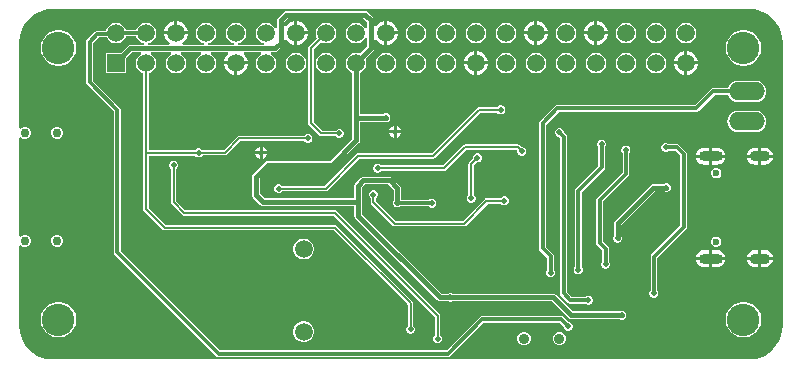
<source format=gbl>
G04*
G04 #@! TF.GenerationSoftware,Altium Limited,Altium Designer,24.0.1 (36)*
G04*
G04 Layer_Physical_Order=2*
G04 Layer_Color=16711680*
%FSLAX44Y44*%
%MOMM*%
G71*
G04*
G04 #@! TF.SameCoordinates,AAA4E2E7-C06B-4B28-9501-2596A0623A30*
G04*
G04*
G04 #@! TF.FilePolarity,Positive*
G04*
G01*
G75*
%ADD16C,0.3810*%
%ADD87C,0.2032*%
%ADD88C,0.3048*%
%ADD90C,0.9000*%
%ADD91O,3.0480X1.5240*%
%ADD92C,0.6000*%
%ADD93O,2.0000X0.9000*%
%ADD94O,1.7000X0.9000*%
%ADD95C,1.5000*%
%ADD96C,2.7500*%
%ADD97C,1.5080*%
%ADD98R,1.5080X1.5080*%
%ADD99C,0.7501*%
%ADD100C,0.5080*%
G36*
X1280520Y1197075D02*
X1280520Y1197075D01*
X1280520Y1197075D01*
X1284948Y1196727D01*
X1289268Y1195690D01*
X1293372Y1193990D01*
X1297160Y1191669D01*
X1300538Y1188784D01*
X1303423Y1185406D01*
X1305744Y1181618D01*
X1307444Y1177514D01*
X1308481Y1173195D01*
X1308829Y1168766D01*
X1308837D01*
X1308837Y1168766D01*
X1308837Y930036D01*
X1308829Y928766D01*
X1308829Y928766D01*
X1308829Y928766D01*
X1308481Y924337D01*
X1307444Y920018D01*
X1305744Y915914D01*
X1303423Y912126D01*
X1300538Y908748D01*
X1297160Y905863D01*
X1293372Y903542D01*
X1289268Y901842D01*
X1284948Y900805D01*
X1280520Y900457D01*
Y900449D01*
X690520D01*
X690520Y900449D01*
Y900457D01*
X686092Y900805D01*
X681772Y901842D01*
X677668Y903542D01*
X673880Y905863D01*
X670502Y908748D01*
X667617Y912126D01*
X665296Y915914D01*
X663596Y920018D01*
X662559Y924337D01*
X662211Y928766D01*
X662203D01*
X662203Y928766D01*
Y996632D01*
X663473Y997158D01*
X664127Y996504D01*
X665972Y995740D01*
X667970D01*
X669815Y996504D01*
X671227Y997916D01*
X671991Y999761D01*
Y1001759D01*
X671227Y1003604D01*
X669815Y1005016D01*
X667970Y1005780D01*
X665972D01*
X664127Y1005016D01*
X663473Y1004362D01*
X662203Y1004888D01*
X662203Y1088072D01*
X663473Y1088598D01*
X664127Y1087944D01*
X665972Y1087180D01*
X667970D01*
X669815Y1087944D01*
X671227Y1089356D01*
X671991Y1091201D01*
Y1093199D01*
X671227Y1095044D01*
X669815Y1096456D01*
X667970Y1097220D01*
X665972D01*
X664127Y1096456D01*
X663473Y1095802D01*
X662203Y1096328D01*
Y1168766D01*
X662211D01*
X662559Y1173195D01*
X663596Y1177514D01*
X665296Y1181618D01*
X667617Y1185406D01*
X670502Y1188784D01*
X673880Y1191669D01*
X677668Y1193990D01*
X681772Y1195690D01*
X686091Y1196727D01*
X690520Y1197075D01*
Y1197083D01*
X690520Y1197083D01*
X1279250Y1197083D01*
X1280520Y1197075D01*
D02*
G37*
%LPC*%
G36*
X955040Y1195513D02*
X888492D01*
X887253Y1195267D01*
X886203Y1194565D01*
X881377Y1189739D01*
X880675Y1188689D01*
X880429Y1187450D01*
Y1180930D01*
X879159Y1180590D01*
X878270Y1182130D01*
X876629Y1183770D01*
X874621Y1184930D01*
X872380Y1185530D01*
X870060D01*
X867820Y1184930D01*
X865810Y1183770D01*
X864170Y1182130D01*
X863010Y1180120D01*
X862410Y1177880D01*
Y1175560D01*
X863010Y1173319D01*
X864170Y1171311D01*
X865810Y1169670D01*
X867820Y1168510D01*
X869421Y1168081D01*
X869254Y1166811D01*
X847786D01*
X847619Y1168081D01*
X849221Y1168510D01*
X851229Y1169670D01*
X852870Y1171311D01*
X854030Y1173319D01*
X854630Y1175560D01*
Y1177880D01*
X854030Y1180120D01*
X852870Y1182130D01*
X851229Y1183770D01*
X849221Y1184930D01*
X846980Y1185530D01*
X844660D01*
X842420Y1184930D01*
X840411Y1183770D01*
X838770Y1182130D01*
X837610Y1180120D01*
X837010Y1177880D01*
Y1175560D01*
X837610Y1173319D01*
X838770Y1171311D01*
X840411Y1169670D01*
X842420Y1168510D01*
X844021Y1168081D01*
X843854Y1166811D01*
X822386D01*
X822219Y1168081D01*
X823820Y1168510D01*
X825829Y1169670D01*
X827470Y1171311D01*
X828630Y1173319D01*
X829230Y1175560D01*
Y1177880D01*
X828630Y1180120D01*
X827470Y1182130D01*
X825829Y1183770D01*
X823820Y1184930D01*
X821580Y1185530D01*
X819260D01*
X817020Y1184930D01*
X815011Y1183770D01*
X813370Y1182130D01*
X812210Y1180120D01*
X811610Y1177880D01*
Y1175560D01*
X812210Y1173319D01*
X813370Y1171311D01*
X815011Y1169670D01*
X817020Y1168510D01*
X818621Y1168081D01*
X818454Y1166811D01*
X800557D01*
X800217Y1168081D01*
X801209Y1168654D01*
X803086Y1170531D01*
X804413Y1172829D01*
X805100Y1175393D01*
Y1175450D01*
X784940D01*
Y1175393D01*
X785627Y1172829D01*
X786954Y1170531D01*
X788831Y1168654D01*
X789823Y1168081D01*
X789483Y1166811D01*
X771586D01*
X771419Y1168081D01*
X773020Y1168510D01*
X775030Y1169670D01*
X776670Y1171311D01*
X777830Y1173319D01*
X778430Y1175560D01*
Y1177880D01*
X777830Y1180120D01*
X776670Y1182130D01*
X775030Y1183770D01*
X773020Y1184930D01*
X770780Y1185530D01*
X768460D01*
X766219Y1184930D01*
X764211Y1183770D01*
X762570Y1182130D01*
X761410Y1180120D01*
X761263Y1179569D01*
X752578D01*
X752430Y1180120D01*
X751270Y1182130D01*
X749630Y1183770D01*
X747620Y1184930D01*
X745380Y1185530D01*
X743060D01*
X740819Y1184930D01*
X738811Y1183770D01*
X737170Y1182130D01*
X736010Y1180120D01*
X735618Y1178655D01*
X728259D01*
X727168Y1178438D01*
X726244Y1177821D01*
X726244Y1177821D01*
X719854Y1171430D01*
X719236Y1170506D01*
X719019Y1169416D01*
X719019Y1169416D01*
Y1135126D01*
X719019Y1135126D01*
X719236Y1134036D01*
X719854Y1133112D01*
X742641Y1110324D01*
Y990854D01*
X742641Y990854D01*
X742858Y989764D01*
X743476Y988840D01*
X829074Y903242D01*
X829074Y903242D01*
X829998Y902624D01*
X831088Y902407D01*
X831088Y902407D01*
X1025398D01*
X1025398Y902407D01*
X1026488Y902624D01*
X1027412Y903242D01*
X1055534Y931363D01*
X1119976D01*
X1123336Y928003D01*
Y927464D01*
X1123916Y926064D01*
X1124988Y924992D01*
X1126388Y924412D01*
X1127904D01*
X1129304Y924992D01*
X1130376Y926064D01*
X1130956Y927464D01*
Y928980D01*
X1130376Y930380D01*
X1129304Y931452D01*
X1127904Y932032D01*
X1127365D01*
X1123170Y936226D01*
X1122246Y936844D01*
X1121156Y937061D01*
X1121156Y937061D01*
X1054354D01*
X1053264Y936844D01*
X1052340Y936226D01*
X1052340Y936226D01*
X1024218Y908105D01*
X832268D01*
X748339Y992034D01*
Y1111504D01*
X748339Y1111504D01*
X748122Y1112594D01*
X747504Y1113518D01*
X747504Y1113518D01*
X724717Y1136306D01*
Y1168236D01*
X729438Y1172958D01*
X736219D01*
X737170Y1171311D01*
X738811Y1169670D01*
X740819Y1168510D01*
X743060Y1167910D01*
X745380D01*
X747620Y1168510D01*
X749630Y1169670D01*
X751270Y1171311D01*
X752430Y1173319D01*
X752578Y1173871D01*
X761263D01*
X761410Y1173319D01*
X762570Y1171311D01*
X764211Y1169670D01*
X766219Y1168510D01*
X767821Y1168081D01*
X767654Y1166811D01*
X756474D01*
X755235Y1166565D01*
X754185Y1165863D01*
X748452Y1160130D01*
X735410D01*
Y1142510D01*
X753030D01*
Y1155552D01*
X757815Y1160337D01*
X765078D01*
X765418Y1159067D01*
X764211Y1158370D01*
X762570Y1156730D01*
X761410Y1154721D01*
X760810Y1152480D01*
Y1150160D01*
X761410Y1147919D01*
X762570Y1145910D01*
X764211Y1144270D01*
X766219Y1143110D01*
X767289Y1142824D01*
Y1075690D01*
Y1027684D01*
X767467Y1026792D01*
X767972Y1026036D01*
X783720Y1010288D01*
X784476Y1009783D01*
X785368Y1009605D01*
X928421D01*
X991317Y946709D01*
Y928887D01*
X990418Y927988D01*
X989838Y926588D01*
Y925072D01*
X990418Y923672D01*
X991490Y922600D01*
X992890Y922020D01*
X994406D01*
X995806Y922600D01*
X996878Y923672D01*
X997458Y925072D01*
Y926588D01*
X996878Y927988D01*
X995979Y928887D01*
Y947674D01*
X995801Y948566D01*
X995296Y949322D01*
X931034Y1013584D01*
X930278Y1014089D01*
X929386Y1014267D01*
X786333D01*
X771951Y1028649D01*
Y1072851D01*
X811267D01*
X812166Y1071952D01*
X813566Y1071372D01*
X815082D01*
X816482Y1071952D01*
X817554Y1073024D01*
X817588Y1073105D01*
X836422D01*
X837314Y1073283D01*
X838070Y1073788D01*
X849325Y1085043D01*
X903723D01*
X904622Y1084144D01*
X906022Y1083564D01*
X907538D01*
X908938Y1084144D01*
X910010Y1085216D01*
X910590Y1086616D01*
Y1088132D01*
X910010Y1089532D01*
X908938Y1090604D01*
X907538Y1091184D01*
X906022D01*
X904622Y1090604D01*
X903723Y1089705D01*
X848360D01*
X847468Y1089527D01*
X846712Y1089022D01*
X835457Y1077767D01*
X817127D01*
X816482Y1078412D01*
X815082Y1078992D01*
X813566D01*
X812166Y1078412D01*
X811267Y1077513D01*
X771951D01*
Y1142824D01*
X773020Y1143110D01*
X775030Y1144270D01*
X776670Y1145910D01*
X777830Y1147919D01*
X778430Y1150160D01*
Y1152480D01*
X777830Y1154721D01*
X776670Y1156730D01*
X775030Y1158370D01*
X773822Y1159067D01*
X774163Y1160337D01*
X790478D01*
X790818Y1159067D01*
X789611Y1158370D01*
X787970Y1156730D01*
X786810Y1154721D01*
X786210Y1152480D01*
Y1150160D01*
X786810Y1147919D01*
X787970Y1145910D01*
X789611Y1144270D01*
X791619Y1143110D01*
X793860Y1142510D01*
X796180D01*
X798420Y1143110D01*
X800430Y1144270D01*
X802070Y1145910D01*
X803230Y1147919D01*
X803830Y1150160D01*
Y1152480D01*
X803230Y1154721D01*
X802070Y1156730D01*
X800430Y1158370D01*
X799222Y1159067D01*
X799563Y1160337D01*
X815878D01*
X816218Y1159067D01*
X815011Y1158370D01*
X813370Y1156730D01*
X812210Y1154721D01*
X811610Y1152480D01*
Y1150160D01*
X812210Y1147919D01*
X813370Y1145910D01*
X815011Y1144270D01*
X817020Y1143110D01*
X819260Y1142510D01*
X821580D01*
X823820Y1143110D01*
X825829Y1144270D01*
X827470Y1145910D01*
X828630Y1147919D01*
X829230Y1150160D01*
Y1152480D01*
X828630Y1154721D01*
X827470Y1156730D01*
X825829Y1158370D01*
X824622Y1159067D01*
X824962Y1160337D01*
X838860D01*
X839312Y1159067D01*
X837754Y1157509D01*
X836427Y1155211D01*
X835740Y1152647D01*
Y1152590D01*
X855900D01*
Y1152647D01*
X855213Y1155211D01*
X853886Y1157509D01*
X852328Y1159067D01*
X852780Y1160337D01*
X866677D01*
X867018Y1159067D01*
X865810Y1158370D01*
X864170Y1156730D01*
X863010Y1154721D01*
X862410Y1152480D01*
Y1150160D01*
X863010Y1147919D01*
X864170Y1145910D01*
X865810Y1144270D01*
X867820Y1143110D01*
X870060Y1142510D01*
X872380D01*
X874621Y1143110D01*
X876629Y1144270D01*
X878270Y1145910D01*
X879430Y1147919D01*
X880030Y1150160D01*
Y1152480D01*
X879430Y1154721D01*
X878270Y1156730D01*
X876629Y1158370D01*
X875422Y1159067D01*
X875762Y1160337D01*
X878840D01*
X880079Y1160583D01*
X881129Y1161285D01*
X885955Y1166111D01*
X886657Y1167161D01*
X886903Y1168400D01*
Y1170850D01*
X888173Y1171190D01*
X888554Y1170531D01*
X890431Y1168654D01*
X892729Y1167327D01*
X895293Y1166640D01*
X895350D01*
Y1176720D01*
Y1186800D01*
X895293D01*
X892729Y1186113D01*
X890431Y1184786D01*
X888554Y1182909D01*
X888173Y1182250D01*
X886903Y1182590D01*
Y1186109D01*
X889833Y1189039D01*
X953699D01*
X956629Y1186109D01*
Y1180930D01*
X955359Y1180590D01*
X954470Y1182130D01*
X952830Y1183770D01*
X950820Y1184930D01*
X948580Y1185530D01*
X946260D01*
X944019Y1184930D01*
X942010Y1183770D01*
X940370Y1182130D01*
X939210Y1180120D01*
X938610Y1177880D01*
Y1175560D01*
X939210Y1173319D01*
X940370Y1171311D01*
X942010Y1169670D01*
X944019Y1168510D01*
X946260Y1167910D01*
X948580D01*
X950820Y1168510D01*
X952830Y1169670D01*
X954470Y1171311D01*
X955359Y1172850D01*
X956629Y1172510D01*
Y1165107D01*
X950967Y1159445D01*
X950820Y1159530D01*
X948580Y1160130D01*
X946260D01*
X944019Y1159530D01*
X942010Y1158370D01*
X940370Y1156730D01*
X939210Y1154721D01*
X938610Y1152480D01*
Y1150160D01*
X939210Y1147919D01*
X940370Y1145910D01*
X942010Y1144270D01*
X944019Y1143110D01*
X944183Y1143067D01*
Y1104900D01*
Y1087191D01*
X925505Y1068513D01*
X872744D01*
X871505Y1068267D01*
X870455Y1067565D01*
X860295Y1057405D01*
X859593Y1056355D01*
X859347Y1055116D01*
Y1039622D01*
X859593Y1038383D01*
X860295Y1037333D01*
X866391Y1031237D01*
X867441Y1030535D01*
X868680Y1030289D01*
X945961D01*
Y1022096D01*
X946207Y1020857D01*
X946909Y1019807D01*
X1016251Y950465D01*
X1017301Y949763D01*
X1018540Y949517D01*
X1025289D01*
X1026672Y948944D01*
X1028188D01*
X1029571Y949517D01*
X1113211D01*
X1127249Y935479D01*
X1128299Y934777D01*
X1129538Y934531D01*
X1170323D01*
X1171706Y933958D01*
X1173222D01*
X1174622Y934538D01*
X1175694Y935610D01*
X1176274Y937010D01*
Y938526D01*
X1175694Y939926D01*
X1174622Y940998D01*
X1173222Y941578D01*
X1171706D01*
X1170323Y941005D01*
X1130879D01*
X1116841Y955043D01*
X1115791Y955745D01*
X1114552Y955991D01*
X1029571D01*
X1028188Y956564D01*
X1026672D01*
X1025289Y955991D01*
X1019881D01*
X952435Y1023437D01*
Y1045901D01*
X955111Y1048577D01*
X974527D01*
X979235Y1043869D01*
Y1034905D01*
X978662Y1033522D01*
Y1032006D01*
X979242Y1030606D01*
X980314Y1029534D01*
X981714Y1028954D01*
X983230D01*
X984630Y1029534D01*
X984884Y1029788D01*
X1009016D01*
X1009524Y1029280D01*
X1010924Y1028700D01*
X1012440D01*
X1013840Y1029280D01*
X1014912Y1030352D01*
X1015492Y1031752D01*
Y1033268D01*
X1014912Y1034668D01*
X1013840Y1035740D01*
X1012440Y1036320D01*
X1010924D01*
X1009524Y1035740D01*
X1009270Y1035486D01*
X985709D01*
Y1045210D01*
X985463Y1046449D01*
X984761Y1047499D01*
X978157Y1054103D01*
X977107Y1054805D01*
X975868Y1055051D01*
X953770D01*
X952531Y1054805D01*
X951481Y1054103D01*
X946909Y1049531D01*
X946207Y1048481D01*
X945961Y1047242D01*
Y1036763D01*
X870021D01*
X865821Y1040963D01*
Y1053775D01*
X874085Y1062039D01*
X926846D01*
X928085Y1062285D01*
X929135Y1062987D01*
X949709Y1083561D01*
X950411Y1084611D01*
X950657Y1085850D01*
Y1101663D01*
X970679D01*
X972062Y1101090D01*
X973578D01*
X974978Y1101670D01*
X976050Y1102742D01*
X976630Y1104142D01*
Y1105658D01*
X976050Y1107058D01*
X974978Y1108130D01*
X973578Y1108710D01*
X972062D01*
X970679Y1108137D01*
X950657D01*
Y1143067D01*
X950820Y1143110D01*
X952830Y1144270D01*
X954470Y1145910D01*
X955630Y1147919D01*
X956230Y1150160D01*
Y1152480D01*
X955630Y1154721D01*
X955545Y1154867D01*
X962155Y1161477D01*
X962857Y1162527D01*
X963103Y1163766D01*
Y1170850D01*
X964373Y1171190D01*
X964754Y1170531D01*
X966631Y1168654D01*
X968929Y1167327D01*
X971493Y1166640D01*
X971550D01*
Y1176720D01*
Y1186800D01*
X971493D01*
X968929Y1186113D01*
X966631Y1184786D01*
X964754Y1182909D01*
X964373Y1182250D01*
X963103Y1182590D01*
Y1187450D01*
X962857Y1188689D01*
X962155Y1189739D01*
X957329Y1194565D01*
X956279Y1195267D01*
X955040Y1195513D01*
D02*
G37*
G36*
X1151947Y1186800D02*
X1151890D01*
Y1177990D01*
X1160700D01*
Y1178047D01*
X1160013Y1180611D01*
X1158686Y1182909D01*
X1156809Y1184786D01*
X1154511Y1186113D01*
X1151947Y1186800D01*
D02*
G37*
G36*
X1149350D02*
X1149293D01*
X1146729Y1186113D01*
X1144431Y1184786D01*
X1142554Y1182909D01*
X1141227Y1180611D01*
X1140540Y1178047D01*
Y1177990D01*
X1149350D01*
Y1186800D01*
D02*
G37*
G36*
X1101147D02*
X1101090D01*
Y1177990D01*
X1109900D01*
Y1178047D01*
X1109213Y1180611D01*
X1107886Y1182909D01*
X1106009Y1184786D01*
X1103711Y1186113D01*
X1101147Y1186800D01*
D02*
G37*
G36*
X1098550D02*
X1098493D01*
X1095929Y1186113D01*
X1093631Y1184786D01*
X1091754Y1182909D01*
X1090427Y1180611D01*
X1089740Y1178047D01*
Y1177990D01*
X1098550D01*
Y1186800D01*
D02*
G37*
G36*
X974147D02*
X974090D01*
Y1177990D01*
X982900D01*
Y1178047D01*
X982213Y1180611D01*
X980886Y1182909D01*
X979009Y1184786D01*
X976711Y1186113D01*
X974147Y1186800D01*
D02*
G37*
G36*
X897947D02*
X897890D01*
Y1177990D01*
X906700D01*
Y1178047D01*
X906013Y1180611D01*
X904686Y1182909D01*
X902809Y1184786D01*
X900511Y1186113D01*
X897947Y1186800D01*
D02*
G37*
G36*
X796347D02*
X796290D01*
Y1177990D01*
X805100D01*
Y1178047D01*
X804413Y1180611D01*
X803086Y1182909D01*
X801209Y1184786D01*
X798911Y1186113D01*
X796347Y1186800D01*
D02*
G37*
G36*
X793750D02*
X793693D01*
X791129Y1186113D01*
X788831Y1184786D01*
X786954Y1182909D01*
X785627Y1180611D01*
X784940Y1178047D01*
Y1177990D01*
X793750D01*
Y1186800D01*
D02*
G37*
G36*
X1227980Y1185530D02*
X1225660D01*
X1223419Y1184930D01*
X1221411Y1183770D01*
X1219770Y1182130D01*
X1218610Y1180120D01*
X1218010Y1177880D01*
Y1175560D01*
X1218610Y1173319D01*
X1219770Y1171311D01*
X1221411Y1169670D01*
X1223419Y1168510D01*
X1225660Y1167910D01*
X1227980D01*
X1230220Y1168510D01*
X1232230Y1169670D01*
X1233870Y1171311D01*
X1235030Y1173319D01*
X1235630Y1175560D01*
Y1177880D01*
X1235030Y1180120D01*
X1233870Y1182130D01*
X1232230Y1183770D01*
X1230220Y1184930D01*
X1227980Y1185530D01*
D02*
G37*
G36*
X1202580D02*
X1200260D01*
X1198019Y1184930D01*
X1196011Y1183770D01*
X1194370Y1182130D01*
X1193210Y1180120D01*
X1192610Y1177880D01*
Y1175560D01*
X1193210Y1173319D01*
X1194370Y1171311D01*
X1196011Y1169670D01*
X1198019Y1168510D01*
X1200260Y1167910D01*
X1202580D01*
X1204820Y1168510D01*
X1206830Y1169670D01*
X1208470Y1171311D01*
X1209630Y1173319D01*
X1210230Y1175560D01*
Y1177880D01*
X1209630Y1180120D01*
X1208470Y1182130D01*
X1206830Y1183770D01*
X1204820Y1184930D01*
X1202580Y1185530D01*
D02*
G37*
G36*
X1177180D02*
X1174860D01*
X1172619Y1184930D01*
X1170611Y1183770D01*
X1168970Y1182130D01*
X1167810Y1180120D01*
X1167210Y1177880D01*
Y1175560D01*
X1167810Y1173319D01*
X1168970Y1171311D01*
X1170611Y1169670D01*
X1172619Y1168510D01*
X1174860Y1167910D01*
X1177180D01*
X1179420Y1168510D01*
X1181430Y1169670D01*
X1183070Y1171311D01*
X1184230Y1173319D01*
X1184830Y1175560D01*
Y1177880D01*
X1184230Y1180120D01*
X1183070Y1182130D01*
X1181430Y1183770D01*
X1179420Y1184930D01*
X1177180Y1185530D01*
D02*
G37*
G36*
X1126380D02*
X1124060D01*
X1121820Y1184930D01*
X1119810Y1183770D01*
X1118170Y1182130D01*
X1117010Y1180120D01*
X1116410Y1177880D01*
Y1175560D01*
X1117010Y1173319D01*
X1118170Y1171311D01*
X1119810Y1169670D01*
X1121820Y1168510D01*
X1124060Y1167910D01*
X1126380D01*
X1128621Y1168510D01*
X1130630Y1169670D01*
X1132270Y1171311D01*
X1133430Y1173319D01*
X1134030Y1175560D01*
Y1177880D01*
X1133430Y1180120D01*
X1132270Y1182130D01*
X1130630Y1183770D01*
X1128621Y1184930D01*
X1126380Y1185530D01*
D02*
G37*
G36*
X1075580D02*
X1073260D01*
X1071020Y1184930D01*
X1069010Y1183770D01*
X1067370Y1182130D01*
X1066210Y1180120D01*
X1065610Y1177880D01*
Y1175560D01*
X1066210Y1173319D01*
X1067370Y1171311D01*
X1069010Y1169670D01*
X1071020Y1168510D01*
X1073260Y1167910D01*
X1075580D01*
X1077821Y1168510D01*
X1079829Y1169670D01*
X1081470Y1171311D01*
X1082630Y1173319D01*
X1083230Y1175560D01*
Y1177880D01*
X1082630Y1180120D01*
X1081470Y1182130D01*
X1079829Y1183770D01*
X1077821Y1184930D01*
X1075580Y1185530D01*
D02*
G37*
G36*
X1050180D02*
X1047860D01*
X1045620Y1184930D01*
X1043611Y1183770D01*
X1041970Y1182130D01*
X1040810Y1180120D01*
X1040210Y1177880D01*
Y1175560D01*
X1040810Y1173319D01*
X1041970Y1171311D01*
X1043611Y1169670D01*
X1045620Y1168510D01*
X1047860Y1167910D01*
X1050180D01*
X1052421Y1168510D01*
X1054429Y1169670D01*
X1056070Y1171311D01*
X1057230Y1173319D01*
X1057830Y1175560D01*
Y1177880D01*
X1057230Y1180120D01*
X1056070Y1182130D01*
X1054429Y1183770D01*
X1052421Y1184930D01*
X1050180Y1185530D01*
D02*
G37*
G36*
X1024780D02*
X1022460D01*
X1020219Y1184930D01*
X1018211Y1183770D01*
X1016570Y1182130D01*
X1015410Y1180120D01*
X1014810Y1177880D01*
Y1175560D01*
X1015410Y1173319D01*
X1016570Y1171311D01*
X1018211Y1169670D01*
X1020219Y1168510D01*
X1022460Y1167910D01*
X1024780D01*
X1027020Y1168510D01*
X1029029Y1169670D01*
X1030670Y1171311D01*
X1031830Y1173319D01*
X1032430Y1175560D01*
Y1177880D01*
X1031830Y1180120D01*
X1030670Y1182130D01*
X1029029Y1183770D01*
X1027020Y1184930D01*
X1024780Y1185530D01*
D02*
G37*
G36*
X999380D02*
X997060D01*
X994819Y1184930D01*
X992811Y1183770D01*
X991170Y1182130D01*
X990010Y1180120D01*
X989410Y1177880D01*
Y1175560D01*
X990010Y1173319D01*
X991170Y1171311D01*
X992811Y1169670D01*
X994819Y1168510D01*
X997060Y1167910D01*
X999380D01*
X1001620Y1168510D01*
X1003630Y1169670D01*
X1005270Y1171311D01*
X1006430Y1173319D01*
X1007030Y1175560D01*
Y1177880D01*
X1006430Y1180120D01*
X1005270Y1182130D01*
X1003630Y1183770D01*
X1001620Y1184930D01*
X999380Y1185530D01*
D02*
G37*
G36*
X923180D02*
X920860D01*
X918620Y1184930D01*
X916610Y1183770D01*
X914970Y1182130D01*
X913810Y1180120D01*
X913210Y1177880D01*
Y1175560D01*
X913810Y1173319D01*
X914364Y1172360D01*
X907672Y1165668D01*
X907167Y1164912D01*
X906989Y1164020D01*
Y1100074D01*
X907167Y1099182D01*
X907672Y1098426D01*
X916054Y1090044D01*
X916810Y1089539D01*
X917702Y1089361D01*
X930139D01*
X931038Y1088462D01*
X932438Y1087882D01*
X933954D01*
X935354Y1088462D01*
X936426Y1089534D01*
X937006Y1090934D01*
Y1092450D01*
X936426Y1093850D01*
X935354Y1094922D01*
X933954Y1095502D01*
X932438D01*
X931038Y1094922D01*
X930139Y1094023D01*
X918668D01*
X911651Y1101039D01*
Y1163055D01*
X917660Y1169064D01*
X918620Y1168510D01*
X920860Y1167910D01*
X923180D01*
X925421Y1168510D01*
X927430Y1169670D01*
X929070Y1171311D01*
X930230Y1173319D01*
X930830Y1175560D01*
Y1177880D01*
X930230Y1180120D01*
X929070Y1182130D01*
X927430Y1183770D01*
X925421Y1184930D01*
X923180Y1185530D01*
D02*
G37*
G36*
X1160700Y1175450D02*
X1151890D01*
Y1166640D01*
X1151947D01*
X1154511Y1167327D01*
X1156809Y1168654D01*
X1158686Y1170531D01*
X1160013Y1172829D01*
X1160700Y1175393D01*
Y1175450D01*
D02*
G37*
G36*
X1149350D02*
X1140540D01*
Y1175393D01*
X1141227Y1172829D01*
X1142554Y1170531D01*
X1144431Y1168654D01*
X1146729Y1167327D01*
X1149293Y1166640D01*
X1149350D01*
Y1175450D01*
D02*
G37*
G36*
X1109900D02*
X1101090D01*
Y1166640D01*
X1101147D01*
X1103711Y1167327D01*
X1106009Y1168654D01*
X1107886Y1170531D01*
X1109213Y1172829D01*
X1109900Y1175393D01*
Y1175450D01*
D02*
G37*
G36*
X1098550D02*
X1089740D01*
Y1175393D01*
X1090427Y1172829D01*
X1091754Y1170531D01*
X1093631Y1168654D01*
X1095929Y1167327D01*
X1098493Y1166640D01*
X1098550D01*
Y1175450D01*
D02*
G37*
G36*
X982900D02*
X974090D01*
Y1166640D01*
X974147D01*
X976711Y1167327D01*
X979009Y1168654D01*
X980886Y1170531D01*
X982213Y1172829D01*
X982900Y1175393D01*
Y1175450D01*
D02*
G37*
G36*
X906700D02*
X897890D01*
Y1166640D01*
X897947D01*
X900511Y1167327D01*
X902809Y1168654D01*
X904686Y1170531D01*
X906013Y1172829D01*
X906700Y1175393D01*
Y1175450D01*
D02*
G37*
G36*
X1228147Y1161400D02*
X1228090D01*
Y1152590D01*
X1236900D01*
Y1152647D01*
X1236213Y1155211D01*
X1234886Y1157509D01*
X1233009Y1159386D01*
X1230711Y1160713D01*
X1228147Y1161400D01*
D02*
G37*
G36*
X1225550D02*
X1225493D01*
X1222929Y1160713D01*
X1220631Y1159386D01*
X1218754Y1157509D01*
X1217427Y1155211D01*
X1216740Y1152647D01*
Y1152590D01*
X1225550D01*
Y1161400D01*
D02*
G37*
G36*
X1050347D02*
X1050290D01*
Y1152590D01*
X1059100D01*
Y1152647D01*
X1058413Y1155211D01*
X1057086Y1157509D01*
X1055209Y1159386D01*
X1052911Y1160713D01*
X1050347Y1161400D01*
D02*
G37*
G36*
X1047750D02*
X1047693D01*
X1045129Y1160713D01*
X1042831Y1159386D01*
X1040954Y1157509D01*
X1039627Y1155211D01*
X1038940Y1152647D01*
Y1152590D01*
X1047750D01*
Y1161400D01*
D02*
G37*
G36*
X1276999Y1179040D02*
X1274041D01*
X1271139Y1178463D01*
X1268405Y1177330D01*
X1265945Y1175687D01*
X1263853Y1173595D01*
X1262209Y1171135D01*
X1261077Y1168401D01*
X1260500Y1165499D01*
Y1162541D01*
X1261077Y1159639D01*
X1262209Y1156905D01*
X1263853Y1154445D01*
X1265945Y1152353D01*
X1268405Y1150710D01*
X1271139Y1149577D01*
X1274041Y1149000D01*
X1276999D01*
X1279901Y1149577D01*
X1282635Y1150710D01*
X1285095Y1152353D01*
X1287187Y1154445D01*
X1288831Y1156905D01*
X1289963Y1159639D01*
X1290540Y1162541D01*
Y1165499D01*
X1289963Y1168401D01*
X1288831Y1171135D01*
X1287187Y1173595D01*
X1285095Y1175687D01*
X1282635Y1177330D01*
X1279901Y1178463D01*
X1276999Y1179040D01*
D02*
G37*
G36*
X696999D02*
X694041D01*
X691139Y1178463D01*
X688405Y1177330D01*
X685945Y1175687D01*
X683853Y1173595D01*
X682209Y1171135D01*
X681077Y1168401D01*
X680500Y1165499D01*
Y1162541D01*
X681077Y1159639D01*
X682209Y1156905D01*
X683853Y1154445D01*
X685945Y1152353D01*
X688405Y1150710D01*
X691139Y1149577D01*
X694041Y1149000D01*
X696999D01*
X699901Y1149577D01*
X702635Y1150710D01*
X705095Y1152353D01*
X707187Y1154445D01*
X708830Y1156905D01*
X709963Y1159639D01*
X710540Y1162541D01*
Y1165499D01*
X709963Y1168401D01*
X708830Y1171135D01*
X707187Y1173595D01*
X705095Y1175687D01*
X702635Y1177330D01*
X699901Y1178463D01*
X696999Y1179040D01*
D02*
G37*
G36*
X1202580Y1160130D02*
X1200260D01*
X1198019Y1159530D01*
X1196011Y1158370D01*
X1194370Y1156730D01*
X1193210Y1154721D01*
X1192610Y1152480D01*
Y1150160D01*
X1193210Y1147919D01*
X1194370Y1145910D01*
X1196011Y1144270D01*
X1198019Y1143110D01*
X1200260Y1142510D01*
X1202580D01*
X1204820Y1143110D01*
X1206830Y1144270D01*
X1208470Y1145910D01*
X1209630Y1147919D01*
X1210230Y1150160D01*
Y1152480D01*
X1209630Y1154721D01*
X1208470Y1156730D01*
X1206830Y1158370D01*
X1204820Y1159530D01*
X1202580Y1160130D01*
D02*
G37*
G36*
X1177180D02*
X1174860D01*
X1172619Y1159530D01*
X1170611Y1158370D01*
X1168970Y1156730D01*
X1167810Y1154721D01*
X1167210Y1152480D01*
Y1150160D01*
X1167810Y1147919D01*
X1168970Y1145910D01*
X1170611Y1144270D01*
X1172619Y1143110D01*
X1174860Y1142510D01*
X1177180D01*
X1179420Y1143110D01*
X1181430Y1144270D01*
X1183070Y1145910D01*
X1184230Y1147919D01*
X1184830Y1150160D01*
Y1152480D01*
X1184230Y1154721D01*
X1183070Y1156730D01*
X1181430Y1158370D01*
X1179420Y1159530D01*
X1177180Y1160130D01*
D02*
G37*
G36*
X1151780D02*
X1149460D01*
X1147219Y1159530D01*
X1145210Y1158370D01*
X1143570Y1156730D01*
X1142410Y1154721D01*
X1141810Y1152480D01*
Y1150160D01*
X1142410Y1147919D01*
X1143570Y1145910D01*
X1145210Y1144270D01*
X1147219Y1143110D01*
X1149460Y1142510D01*
X1151780D01*
X1154020Y1143110D01*
X1156030Y1144270D01*
X1157670Y1145910D01*
X1158830Y1147919D01*
X1159430Y1150160D01*
Y1152480D01*
X1158830Y1154721D01*
X1157670Y1156730D01*
X1156030Y1158370D01*
X1154020Y1159530D01*
X1151780Y1160130D01*
D02*
G37*
G36*
X1126380D02*
X1124060D01*
X1121820Y1159530D01*
X1119810Y1158370D01*
X1118170Y1156730D01*
X1117010Y1154721D01*
X1116410Y1152480D01*
Y1150160D01*
X1117010Y1147919D01*
X1118170Y1145910D01*
X1119810Y1144270D01*
X1121820Y1143110D01*
X1124060Y1142510D01*
X1126380D01*
X1128621Y1143110D01*
X1130630Y1144270D01*
X1132270Y1145910D01*
X1133430Y1147919D01*
X1134030Y1150160D01*
Y1152480D01*
X1133430Y1154721D01*
X1132270Y1156730D01*
X1130630Y1158370D01*
X1128621Y1159530D01*
X1126380Y1160130D01*
D02*
G37*
G36*
X1100980D02*
X1098660D01*
X1096420Y1159530D01*
X1094410Y1158370D01*
X1092770Y1156730D01*
X1091610Y1154721D01*
X1091010Y1152480D01*
Y1150160D01*
X1091610Y1147919D01*
X1092770Y1145910D01*
X1094410Y1144270D01*
X1096420Y1143110D01*
X1098660Y1142510D01*
X1100980D01*
X1103221Y1143110D01*
X1105229Y1144270D01*
X1106870Y1145910D01*
X1108030Y1147919D01*
X1108630Y1150160D01*
Y1152480D01*
X1108030Y1154721D01*
X1106870Y1156730D01*
X1105229Y1158370D01*
X1103221Y1159530D01*
X1100980Y1160130D01*
D02*
G37*
G36*
X1075580D02*
X1073260D01*
X1071020Y1159530D01*
X1069010Y1158370D01*
X1067370Y1156730D01*
X1066210Y1154721D01*
X1065610Y1152480D01*
Y1150160D01*
X1066210Y1147919D01*
X1067370Y1145910D01*
X1069010Y1144270D01*
X1071020Y1143110D01*
X1073260Y1142510D01*
X1075580D01*
X1077821Y1143110D01*
X1079829Y1144270D01*
X1081470Y1145910D01*
X1082630Y1147919D01*
X1083230Y1150160D01*
Y1152480D01*
X1082630Y1154721D01*
X1081470Y1156730D01*
X1079829Y1158370D01*
X1077821Y1159530D01*
X1075580Y1160130D01*
D02*
G37*
G36*
X1024780D02*
X1022460D01*
X1020219Y1159530D01*
X1018211Y1158370D01*
X1016570Y1156730D01*
X1015410Y1154721D01*
X1014810Y1152480D01*
Y1150160D01*
X1015410Y1147919D01*
X1016570Y1145910D01*
X1018211Y1144270D01*
X1020219Y1143110D01*
X1022460Y1142510D01*
X1024780D01*
X1027020Y1143110D01*
X1029029Y1144270D01*
X1030670Y1145910D01*
X1031830Y1147919D01*
X1032430Y1150160D01*
Y1152480D01*
X1031830Y1154721D01*
X1030670Y1156730D01*
X1029029Y1158370D01*
X1027020Y1159530D01*
X1024780Y1160130D01*
D02*
G37*
G36*
X999380D02*
X997060D01*
X994819Y1159530D01*
X992811Y1158370D01*
X991170Y1156730D01*
X990010Y1154721D01*
X989410Y1152480D01*
Y1150160D01*
X990010Y1147919D01*
X991170Y1145910D01*
X992811Y1144270D01*
X994819Y1143110D01*
X997060Y1142510D01*
X999380D01*
X1001620Y1143110D01*
X1003630Y1144270D01*
X1005270Y1145910D01*
X1006430Y1147919D01*
X1007030Y1150160D01*
Y1152480D01*
X1006430Y1154721D01*
X1005270Y1156730D01*
X1003630Y1158370D01*
X1001620Y1159530D01*
X999380Y1160130D01*
D02*
G37*
G36*
X973980D02*
X971660D01*
X969419Y1159530D01*
X967411Y1158370D01*
X965770Y1156730D01*
X964610Y1154721D01*
X964010Y1152480D01*
Y1150160D01*
X964610Y1147919D01*
X965770Y1145910D01*
X967411Y1144270D01*
X969419Y1143110D01*
X971660Y1142510D01*
X973980D01*
X976220Y1143110D01*
X978230Y1144270D01*
X979870Y1145910D01*
X981030Y1147919D01*
X981630Y1150160D01*
Y1152480D01*
X981030Y1154721D01*
X979870Y1156730D01*
X978230Y1158370D01*
X976220Y1159530D01*
X973980Y1160130D01*
D02*
G37*
G36*
X923180D02*
X920860D01*
X918620Y1159530D01*
X916610Y1158370D01*
X914970Y1156730D01*
X913810Y1154721D01*
X913210Y1152480D01*
Y1150160D01*
X913810Y1147919D01*
X914970Y1145910D01*
X916610Y1144270D01*
X918620Y1143110D01*
X920860Y1142510D01*
X923180D01*
X925421Y1143110D01*
X927430Y1144270D01*
X929070Y1145910D01*
X930230Y1147919D01*
X930830Y1150160D01*
Y1152480D01*
X930230Y1154721D01*
X929070Y1156730D01*
X927430Y1158370D01*
X925421Y1159530D01*
X923180Y1160130D01*
D02*
G37*
G36*
X897780D02*
X895460D01*
X893220Y1159530D01*
X891210Y1158370D01*
X889570Y1156730D01*
X888410Y1154721D01*
X887810Y1152480D01*
Y1150160D01*
X888410Y1147919D01*
X889570Y1145910D01*
X891210Y1144270D01*
X893220Y1143110D01*
X895460Y1142510D01*
X897780D01*
X900021Y1143110D01*
X902029Y1144270D01*
X903670Y1145910D01*
X904830Y1147919D01*
X905430Y1150160D01*
Y1152480D01*
X904830Y1154721D01*
X903670Y1156730D01*
X902029Y1158370D01*
X900021Y1159530D01*
X897780Y1160130D01*
D02*
G37*
G36*
X1236900Y1150050D02*
X1228090D01*
Y1141240D01*
X1228147D01*
X1230711Y1141927D01*
X1233009Y1143254D01*
X1234886Y1145131D01*
X1236213Y1147429D01*
X1236900Y1149993D01*
Y1150050D01*
D02*
G37*
G36*
X1225550D02*
X1216740D01*
Y1149993D01*
X1217427Y1147429D01*
X1218754Y1145131D01*
X1220631Y1143254D01*
X1222929Y1141927D01*
X1225493Y1141240D01*
X1225550D01*
Y1150050D01*
D02*
G37*
G36*
X1059100D02*
X1050290D01*
Y1141240D01*
X1050347D01*
X1052911Y1141927D01*
X1055209Y1143254D01*
X1057086Y1145131D01*
X1058413Y1147429D01*
X1059100Y1149993D01*
Y1150050D01*
D02*
G37*
G36*
X1047750D02*
X1038940D01*
Y1149993D01*
X1039627Y1147429D01*
X1040954Y1145131D01*
X1042831Y1143254D01*
X1045129Y1141927D01*
X1047693Y1141240D01*
X1047750D01*
Y1150050D01*
D02*
G37*
G36*
X855900D02*
X847090D01*
Y1141240D01*
X847147D01*
X849711Y1141927D01*
X852009Y1143254D01*
X853886Y1145131D01*
X855213Y1147429D01*
X855900Y1149993D01*
Y1150050D01*
D02*
G37*
G36*
X844550D02*
X835740D01*
Y1149993D01*
X836427Y1147429D01*
X837754Y1145131D01*
X839631Y1143254D01*
X841929Y1141927D01*
X844493Y1141240D01*
X844550D01*
Y1150050D01*
D02*
G37*
G36*
X1286002Y1136219D02*
X1270762D01*
X1268441Y1135913D01*
X1266279Y1135017D01*
X1264422Y1133592D01*
X1262997Y1131735D01*
X1262319Y1130101D01*
X1249934D01*
X1249934Y1130101D01*
X1248844Y1129884D01*
X1247920Y1129266D01*
X1247920Y1129266D01*
X1234276Y1115623D01*
X1117854D01*
X1117854Y1115623D01*
X1116764Y1115406D01*
X1115840Y1114788D01*
X1115840Y1114788D01*
X1103394Y1102342D01*
X1102776Y1101418D01*
X1102559Y1100328D01*
X1102559Y1100328D01*
Y994410D01*
X1102559Y994410D01*
X1102776Y993320D01*
X1103394Y992396D01*
X1109417Y986372D01*
Y976121D01*
X1109036Y975740D01*
X1108456Y974340D01*
Y972824D01*
X1109036Y971424D01*
X1110108Y970352D01*
X1111508Y969772D01*
X1113024D01*
X1114424Y970352D01*
X1115496Y971424D01*
X1116076Y972824D01*
Y974340D01*
X1115496Y975740D01*
X1115115Y976121D01*
Y987552D01*
X1115115Y987552D01*
X1114898Y988642D01*
X1114280Y989566D01*
X1114280Y989566D01*
X1108257Y995590D01*
Y1099148D01*
X1119034Y1109925D01*
X1235456D01*
X1235456Y1109925D01*
X1236546Y1110142D01*
X1237470Y1110760D01*
X1251114Y1124403D01*
X1262319D01*
X1262997Y1122769D01*
X1264422Y1120912D01*
X1266279Y1119487D01*
X1268441Y1118591D01*
X1270762Y1118285D01*
X1286002D01*
X1288323Y1118591D01*
X1290485Y1119487D01*
X1292342Y1120912D01*
X1293767Y1122769D01*
X1294663Y1124931D01*
X1294969Y1127252D01*
X1294663Y1129573D01*
X1293767Y1131735D01*
X1292342Y1133592D01*
X1290485Y1135017D01*
X1288323Y1135913D01*
X1286002Y1136219D01*
D02*
G37*
G36*
X1070738Y1115436D02*
X1069222D01*
X1067822Y1114856D01*
X1066923Y1113957D01*
X1051936D01*
X1051044Y1113779D01*
X1050288Y1113274D01*
X1011987Y1074973D01*
X949452D01*
X948560Y1074795D01*
X947804Y1074290D01*
X920693Y1047179D01*
X885194D01*
X884295Y1048078D01*
X882895Y1048658D01*
X881379D01*
X879979Y1048078D01*
X878907Y1047006D01*
X878327Y1045606D01*
Y1044090D01*
X878907Y1042690D01*
X879979Y1041618D01*
X881379Y1041038D01*
X882895D01*
X884295Y1041618D01*
X885194Y1042517D01*
X921658D01*
X922550Y1042695D01*
X923306Y1043200D01*
X950417Y1070311D01*
X1012952D01*
X1013844Y1070489D01*
X1014600Y1070994D01*
X1052902Y1109295D01*
X1066923D01*
X1067822Y1108396D01*
X1069222Y1107816D01*
X1070738D01*
X1072138Y1108396D01*
X1073210Y1109468D01*
X1073790Y1110868D01*
Y1112384D01*
X1073210Y1113784D01*
X1072138Y1114856D01*
X1070738Y1115436D01*
D02*
G37*
G36*
X981863Y1098084D02*
Y1094381D01*
X985566D01*
X984900Y1095989D01*
X983471Y1097418D01*
X981863Y1098084D01*
D02*
G37*
G36*
X979323D02*
X977716Y1097418D01*
X976287Y1095989D01*
X975621Y1094381D01*
X979323D01*
Y1098084D01*
D02*
G37*
G36*
X1286002Y1110819D02*
X1270762D01*
X1268441Y1110513D01*
X1266279Y1109617D01*
X1264422Y1108192D01*
X1262997Y1106335D01*
X1262101Y1104173D01*
X1261795Y1101852D01*
X1262101Y1099531D01*
X1262997Y1097369D01*
X1264422Y1095512D01*
X1266279Y1094087D01*
X1268441Y1093191D01*
X1270762Y1092885D01*
X1286002D01*
X1288323Y1093191D01*
X1290485Y1094087D01*
X1292342Y1095512D01*
X1293767Y1097369D01*
X1294663Y1099531D01*
X1294969Y1101852D01*
X1294663Y1104173D01*
X1293767Y1106335D01*
X1292342Y1108192D01*
X1290485Y1109617D01*
X1288323Y1110513D01*
X1286002Y1110819D01*
D02*
G37*
G36*
X985566Y1091841D02*
X981863D01*
Y1088139D01*
X983471Y1088804D01*
X984900Y1090234D01*
X985566Y1091841D01*
D02*
G37*
G36*
X979323D02*
X975621D01*
X976287Y1090234D01*
X977716Y1088804D01*
X979323Y1088139D01*
Y1091841D01*
D02*
G37*
G36*
X695468Y1097220D02*
X693470D01*
X691625Y1096456D01*
X690213Y1095044D01*
X689449Y1093199D01*
Y1091201D01*
X690213Y1089356D01*
X691625Y1087944D01*
X693470Y1087180D01*
X695468D01*
X697313Y1087944D01*
X698725Y1089356D01*
X699489Y1091201D01*
Y1093199D01*
X698725Y1095044D01*
X697313Y1096456D01*
X695468Y1097220D01*
D02*
G37*
G36*
X868579Y1080304D02*
Y1076601D01*
X872282D01*
X871616Y1078209D01*
X870187Y1079638D01*
X868579Y1080304D01*
D02*
G37*
G36*
X866039D02*
X864432Y1079638D01*
X863003Y1078209D01*
X862337Y1076601D01*
X866039D01*
Y1080304D01*
D02*
G37*
G36*
X1293304Y1079305D02*
X1290574D01*
Y1073474D01*
X1300237D01*
X1300163Y1074042D01*
X1299453Y1075754D01*
X1298325Y1077225D01*
X1296854Y1078353D01*
X1295142Y1079063D01*
X1293304Y1079305D01*
D02*
G37*
G36*
X1253104D02*
X1248874D01*
Y1073474D01*
X1260038D01*
X1259963Y1074042D01*
X1259253Y1075754D01*
X1258125Y1077225D01*
X1256654Y1078353D01*
X1254942Y1079063D01*
X1253104Y1079305D01*
D02*
G37*
G36*
X1288034D02*
X1285304D01*
X1283466Y1079063D01*
X1281754Y1078353D01*
X1280283Y1077225D01*
X1279155Y1075754D01*
X1278445Y1074042D01*
X1278371Y1073474D01*
X1288034D01*
Y1079305D01*
D02*
G37*
G36*
X1246334D02*
X1242104D01*
X1240266Y1079063D01*
X1238554Y1078353D01*
X1237083Y1077225D01*
X1235955Y1075754D01*
X1235245Y1074042D01*
X1235171Y1073474D01*
X1246334D01*
Y1079305D01*
D02*
G37*
G36*
X1084326Y1082339D02*
X1039876D01*
X1038984Y1082161D01*
X1038228Y1081656D01*
X1021131Y1064559D01*
X968765D01*
X967866Y1065458D01*
X966466Y1066038D01*
X964950D01*
X963550Y1065458D01*
X962478Y1064386D01*
X961898Y1062986D01*
Y1061470D01*
X962478Y1060070D01*
X963550Y1058998D01*
X964950Y1058418D01*
X966466D01*
X967866Y1058998D01*
X968765Y1059897D01*
X1022096D01*
X1022988Y1060075D01*
X1023744Y1060580D01*
X1040842Y1077677D01*
X1083361D01*
X1084072Y1076966D01*
Y1075694D01*
X1084652Y1074294D01*
X1085724Y1073222D01*
X1087124Y1072642D01*
X1088640D01*
X1090040Y1073222D01*
X1091112Y1074294D01*
X1091692Y1075694D01*
Y1077210D01*
X1091112Y1078610D01*
X1090040Y1079682D01*
X1088640Y1080262D01*
X1087368D01*
X1085974Y1081656D01*
X1085218Y1082161D01*
X1084326Y1082339D01*
D02*
G37*
G36*
X872282Y1074061D02*
X868579D01*
Y1070359D01*
X870187Y1071024D01*
X871616Y1072454D01*
X872282Y1074061D01*
D02*
G37*
G36*
X866039D02*
X862337D01*
X863003Y1072454D01*
X864432Y1071024D01*
X866039Y1070359D01*
Y1074061D01*
D02*
G37*
G36*
X1300237Y1070934D02*
X1290574D01*
Y1065103D01*
X1293304D01*
X1295142Y1065345D01*
X1296854Y1066055D01*
X1298325Y1067183D01*
X1299453Y1068654D01*
X1300163Y1070366D01*
X1300237Y1070934D01*
D02*
G37*
G36*
X1288034D02*
X1278371D01*
X1278445Y1070366D01*
X1279155Y1068654D01*
X1280283Y1067183D01*
X1281754Y1066055D01*
X1283466Y1065345D01*
X1285304Y1065103D01*
X1288034D01*
Y1070934D01*
D02*
G37*
G36*
X1260038D02*
X1248874D01*
Y1065103D01*
X1253104D01*
X1254942Y1065345D01*
X1256654Y1066055D01*
X1258125Y1067183D01*
X1259253Y1068654D01*
X1259963Y1070366D01*
X1260038Y1070934D01*
D02*
G37*
G36*
X1246334D02*
X1235171D01*
X1235245Y1070366D01*
X1235955Y1068654D01*
X1237083Y1067183D01*
X1238554Y1066055D01*
X1240266Y1065345D01*
X1242104Y1065103D01*
X1246334D01*
Y1070934D01*
D02*
G37*
G36*
X1253353Y1062124D02*
X1251655D01*
X1250085Y1061474D01*
X1248884Y1060273D01*
X1248234Y1058703D01*
Y1057005D01*
X1248884Y1055435D01*
X1250085Y1054234D01*
X1251655Y1053584D01*
X1253353D01*
X1254923Y1054234D01*
X1256124Y1055435D01*
X1256774Y1057005D01*
Y1058703D01*
X1256124Y1060273D01*
X1254923Y1061474D01*
X1253353Y1062124D01*
D02*
G37*
G36*
X1211068Y1049528D02*
X1209552D01*
X1208169Y1048955D01*
X1199134D01*
X1197895Y1048709D01*
X1196845Y1048007D01*
X1166619Y1017781D01*
X1165917Y1016731D01*
X1165671Y1015492D01*
Y1004933D01*
X1165098Y1003550D01*
Y1002034D01*
X1165678Y1000634D01*
X1166750Y999562D01*
X1168150Y998982D01*
X1169666D01*
X1171066Y999562D01*
X1172138Y1000634D01*
X1172718Y1002034D01*
Y1003550D01*
X1172145Y1004933D01*
Y1014151D01*
X1200475Y1042481D01*
X1208169D01*
X1209552Y1041908D01*
X1211068D01*
X1212468Y1042488D01*
X1213540Y1043560D01*
X1214120Y1044960D01*
Y1046476D01*
X1213540Y1047876D01*
X1212468Y1048948D01*
X1211068Y1049528D01*
D02*
G37*
G36*
X1051048Y1074674D02*
X1049532D01*
X1048132Y1074094D01*
X1047060Y1073022D01*
X1046480Y1071622D01*
Y1070350D01*
X1043308Y1067178D01*
X1042803Y1066422D01*
X1042625Y1065530D01*
Y1039885D01*
X1041726Y1038986D01*
X1041146Y1037586D01*
Y1036070D01*
X1041726Y1034670D01*
X1042798Y1033598D01*
X1044198Y1033018D01*
X1045714D01*
X1047114Y1033598D01*
X1048186Y1034670D01*
X1048766Y1036070D01*
Y1037586D01*
X1048186Y1038986D01*
X1047287Y1039885D01*
Y1064565D01*
X1049776Y1067054D01*
X1051048D01*
X1052448Y1067634D01*
X1053520Y1068706D01*
X1054100Y1070106D01*
Y1071622D01*
X1053520Y1073022D01*
X1052448Y1074094D01*
X1051048Y1074674D01*
D02*
G37*
G36*
X962910Y1043686D02*
X961394D01*
X959994Y1043106D01*
X958922Y1042034D01*
X958342Y1040634D01*
Y1039118D01*
X958922Y1037718D01*
X959821Y1036819D01*
Y1033526D01*
X959999Y1032634D01*
X960504Y1031878D01*
X978792Y1013590D01*
X979548Y1013085D01*
X980440Y1012907D01*
X1038606D01*
X1039498Y1013085D01*
X1040254Y1013590D01*
X1058875Y1032211D01*
X1070093D01*
X1070992Y1031312D01*
X1072392Y1030732D01*
X1073908D01*
X1075308Y1031312D01*
X1076380Y1032384D01*
X1076960Y1033784D01*
Y1035300D01*
X1076380Y1036700D01*
X1075308Y1037772D01*
X1073908Y1038352D01*
X1072392D01*
X1070992Y1037772D01*
X1070093Y1036873D01*
X1057910D01*
X1057018Y1036695D01*
X1056262Y1036190D01*
X1037641Y1017569D01*
X981405D01*
X964483Y1034491D01*
Y1036819D01*
X965382Y1037718D01*
X965962Y1039118D01*
Y1040634D01*
X965382Y1042034D01*
X964310Y1043106D01*
X962910Y1043686D01*
D02*
G37*
G36*
X1253353Y1004324D02*
X1251655D01*
X1250085Y1003674D01*
X1248884Y1002473D01*
X1248234Y1000903D01*
Y999205D01*
X1248884Y997635D01*
X1250085Y996434D01*
X1251655Y995784D01*
X1253353D01*
X1254923Y996434D01*
X1256124Y997635D01*
X1256774Y999205D01*
Y1000903D01*
X1256124Y1002473D01*
X1254923Y1003674D01*
X1253353Y1004324D01*
D02*
G37*
G36*
X695468Y1005780D02*
X693470D01*
X691625Y1005016D01*
X690213Y1003604D01*
X689449Y1001759D01*
Y999761D01*
X690213Y997916D01*
X691625Y996504D01*
X693470Y995740D01*
X695468D01*
X697313Y996504D01*
X698725Y997916D01*
X699489Y999761D01*
Y1001759D01*
X698725Y1003604D01*
X697313Y1005016D01*
X695468Y1005780D01*
D02*
G37*
G36*
X1293304Y992805D02*
X1290574D01*
Y986974D01*
X1300237D01*
X1300163Y987542D01*
X1299453Y989254D01*
X1298325Y990725D01*
X1296854Y991853D01*
X1295142Y992563D01*
X1293304Y992805D01*
D02*
G37*
G36*
X1253104D02*
X1248874D01*
Y986974D01*
X1260038D01*
X1259963Y987542D01*
X1259253Y989254D01*
X1258125Y990725D01*
X1256654Y991853D01*
X1254942Y992563D01*
X1253104Y992805D01*
D02*
G37*
G36*
X1288034D02*
X1285304D01*
X1283466Y992563D01*
X1281754Y991853D01*
X1280283Y990725D01*
X1279155Y989254D01*
X1278445Y987542D01*
X1278371Y986974D01*
X1288034D01*
Y992805D01*
D02*
G37*
G36*
X1246334D02*
X1242104D01*
X1240266Y992563D01*
X1238554Y991853D01*
X1237083Y990725D01*
X1235955Y989254D01*
X1235245Y987542D01*
X1235171Y986974D01*
X1246334D01*
Y992805D01*
D02*
G37*
G36*
X904379Y1002620D02*
X902069D01*
X899839Y1002022D01*
X897839Y1000868D01*
X896206Y999235D01*
X895052Y997235D01*
X894454Y995005D01*
Y992695D01*
X895052Y990465D01*
X896206Y988465D01*
X897839Y986832D01*
X899839Y985678D01*
X902069Y985080D01*
X904379D01*
X906609Y985678D01*
X908609Y986832D01*
X910242Y988465D01*
X911396Y990465D01*
X911994Y992695D01*
Y995005D01*
X911396Y997235D01*
X910242Y999235D01*
X908609Y1000868D01*
X906609Y1002022D01*
X904379Y1002620D01*
D02*
G37*
G36*
X1300237Y984434D02*
X1290574D01*
Y978603D01*
X1293304D01*
X1295142Y978845D01*
X1296854Y979555D01*
X1298325Y980683D01*
X1299453Y982154D01*
X1300163Y983866D01*
X1300237Y984434D01*
D02*
G37*
G36*
X1288034D02*
X1278371D01*
X1278445Y983866D01*
X1279155Y982154D01*
X1280283Y980683D01*
X1281754Y979555D01*
X1283466Y978845D01*
X1285304Y978603D01*
X1288034D01*
Y984434D01*
D02*
G37*
G36*
X1260038D02*
X1248874D01*
Y978603D01*
X1253104D01*
X1254942Y978845D01*
X1256654Y979555D01*
X1258125Y980683D01*
X1259253Y982154D01*
X1259963Y983866D01*
X1260038Y984434D01*
D02*
G37*
G36*
X1246334D02*
X1235171D01*
X1235245Y983866D01*
X1235955Y982154D01*
X1237083Y980683D01*
X1238554Y979555D01*
X1240266Y978845D01*
X1242104Y978603D01*
X1246334D01*
Y984434D01*
D02*
G37*
G36*
X1176778Y1081278D02*
X1175262D01*
X1173862Y1080698D01*
X1172790Y1079626D01*
X1172210Y1078226D01*
Y1076710D01*
X1172790Y1075310D01*
X1173171Y1074929D01*
Y1058582D01*
X1151654Y1037064D01*
X1151036Y1036140D01*
X1150819Y1035050D01*
X1150819Y1035050D01*
Y999236D01*
X1150819Y999236D01*
X1151036Y998146D01*
X1151654Y997222D01*
X1155899Y992976D01*
Y983487D01*
X1155518Y983106D01*
X1154938Y981706D01*
Y980190D01*
X1155518Y978790D01*
X1156590Y977718D01*
X1157990Y977138D01*
X1159506D01*
X1160906Y977718D01*
X1161978Y978790D01*
X1162558Y980190D01*
Y981706D01*
X1161978Y983106D01*
X1161597Y983487D01*
Y994156D01*
X1161597Y994156D01*
X1161380Y995246D01*
X1160762Y996170D01*
X1160762Y996170D01*
X1156517Y1000416D01*
Y1033870D01*
X1178034Y1055388D01*
X1178652Y1056312D01*
X1178869Y1057402D01*
X1178869Y1057402D01*
Y1074929D01*
X1179250Y1075310D01*
X1179830Y1076710D01*
Y1078226D01*
X1179250Y1079626D01*
X1178178Y1080698D01*
X1176778Y1081278D01*
D02*
G37*
G36*
X1156204Y1086358D02*
X1154688D01*
X1153288Y1085778D01*
X1152216Y1084706D01*
X1151636Y1083306D01*
Y1081790D01*
X1152216Y1080390D01*
X1152597Y1080009D01*
Y1064170D01*
X1133620Y1045192D01*
X1133002Y1044268D01*
X1132785Y1043178D01*
X1132785Y1043178D01*
Y978661D01*
X1132404Y978280D01*
X1131824Y976880D01*
Y975364D01*
X1132404Y973964D01*
X1133476Y972892D01*
X1134876Y972312D01*
X1136392D01*
X1137792Y972892D01*
X1138864Y973964D01*
X1139444Y975364D01*
Y976880D01*
X1138864Y978280D01*
X1138483Y978661D01*
Y1041998D01*
X1157460Y1060976D01*
X1157460Y1060976D01*
X1158078Y1061900D01*
X1158295Y1062990D01*
X1158295Y1062990D01*
Y1080009D01*
X1158676Y1080390D01*
X1159256Y1081790D01*
Y1083306D01*
X1158676Y1084706D01*
X1157604Y1085778D01*
X1156204Y1086358D01*
D02*
G37*
G36*
X1210560Y1083564D02*
X1209044D01*
X1207644Y1082984D01*
X1206572Y1081912D01*
X1205992Y1080512D01*
Y1078996D01*
X1206572Y1077596D01*
X1207644Y1076524D01*
X1209044Y1075944D01*
X1210560D01*
X1211960Y1076524D01*
X1212341Y1076905D01*
X1218020D01*
X1221939Y1072986D01*
Y1013624D01*
X1197628Y989312D01*
X1197010Y988388D01*
X1196793Y987298D01*
X1196793Y987298D01*
Y958849D01*
X1196412Y958468D01*
X1195832Y957068D01*
Y955552D01*
X1196412Y954152D01*
X1197484Y953080D01*
X1198884Y952500D01*
X1200400D01*
X1201800Y953080D01*
X1202872Y954152D01*
X1203452Y955552D01*
Y957068D01*
X1202872Y958468D01*
X1202491Y958849D01*
Y986118D01*
X1226802Y1010430D01*
X1226802Y1010430D01*
X1227420Y1011354D01*
X1227637Y1012444D01*
Y1074166D01*
X1227637Y1074166D01*
X1227420Y1075256D01*
X1226802Y1076180D01*
X1221214Y1081768D01*
X1220290Y1082386D01*
X1219200Y1082603D01*
X1219200Y1082603D01*
X1212341D01*
X1211960Y1082984D01*
X1210560Y1083564D01*
D02*
G37*
G36*
X1120390Y1096264D02*
X1118874D01*
X1117474Y1095684D01*
X1116402Y1094612D01*
X1115822Y1093212D01*
Y1091696D01*
X1116402Y1090296D01*
X1117474Y1089224D01*
X1118874Y1088644D01*
X1119413D01*
X1120339Y1087718D01*
Y956310D01*
X1120339Y956310D01*
X1120556Y955220D01*
X1121174Y954296D01*
X1127016Y948454D01*
X1127016Y948454D01*
X1127940Y947836D01*
X1129030Y947619D01*
X1129030Y947619D01*
X1141731D01*
X1142112Y947238D01*
X1143512Y946658D01*
X1145028D01*
X1146428Y947238D01*
X1147500Y948310D01*
X1148080Y949710D01*
Y951226D01*
X1147500Y952626D01*
X1146428Y953698D01*
X1145028Y954278D01*
X1143512D01*
X1142112Y953698D01*
X1141731Y953317D01*
X1130210D01*
X1126037Y957490D01*
Y1088898D01*
X1126037Y1088898D01*
X1125820Y1089988D01*
X1125202Y1090912D01*
X1125202Y1090912D01*
X1123442Y1092673D01*
Y1093212D01*
X1122862Y1094612D01*
X1121790Y1095684D01*
X1120390Y1096264D01*
D02*
G37*
G36*
X1276999Y949040D02*
X1274041D01*
X1271139Y948463D01*
X1268405Y947330D01*
X1265945Y945687D01*
X1263853Y943595D01*
X1262209Y941135D01*
X1261077Y938401D01*
X1260500Y935499D01*
Y932541D01*
X1261077Y929639D01*
X1262209Y926905D01*
X1263853Y924445D01*
X1265945Y922353D01*
X1268405Y920710D01*
X1271139Y919577D01*
X1274041Y919000D01*
X1276999D01*
X1279901Y919577D01*
X1282635Y920710D01*
X1285095Y922353D01*
X1287187Y924445D01*
X1288831Y926905D01*
X1289963Y929639D01*
X1290540Y932541D01*
Y935499D01*
X1289963Y938401D01*
X1288831Y941135D01*
X1287187Y943595D01*
X1285095Y945687D01*
X1282635Y947330D01*
X1279901Y948463D01*
X1276999Y949040D01*
D02*
G37*
G36*
X696999D02*
X694041D01*
X691139Y948463D01*
X688405Y947330D01*
X685945Y945687D01*
X683853Y943595D01*
X682209Y941135D01*
X681077Y938401D01*
X680500Y935499D01*
Y932541D01*
X681077Y929639D01*
X682209Y926905D01*
X683853Y924445D01*
X685945Y922353D01*
X688405Y920710D01*
X691139Y919577D01*
X694041Y919000D01*
X696999D01*
X699901Y919577D01*
X702635Y920710D01*
X705095Y922353D01*
X707187Y924445D01*
X708830Y926905D01*
X709963Y929639D01*
X710540Y932541D01*
Y935499D01*
X709963Y938401D01*
X708830Y941135D01*
X707187Y943595D01*
X705095Y945687D01*
X702635Y947330D01*
X699901Y948463D01*
X696999Y949040D01*
D02*
G37*
G36*
X904379Y932620D02*
X902069D01*
X899839Y932022D01*
X897839Y930868D01*
X896206Y929235D01*
X895052Y927235D01*
X894454Y925005D01*
Y922695D01*
X895052Y920465D01*
X896206Y918465D01*
X897839Y916832D01*
X899839Y915678D01*
X902069Y915080D01*
X904379D01*
X906609Y915678D01*
X908609Y916832D01*
X910242Y918465D01*
X911396Y920465D01*
X911994Y922695D01*
Y925005D01*
X911396Y927235D01*
X910242Y929235D01*
X908609Y930868D01*
X906609Y932022D01*
X904379Y932620D01*
D02*
G37*
G36*
X793695Y1068488D02*
X792179D01*
X790779Y1067908D01*
X789707Y1066836D01*
X789127Y1065435D01*
Y1063920D01*
X789707Y1062520D01*
X790606Y1061620D01*
Y1033323D01*
X790784Y1032431D01*
X791289Y1031675D01*
X800230Y1022734D01*
X800986Y1022229D01*
X801878Y1022051D01*
X928421D01*
X1014177Y936294D01*
Y920759D01*
X1013278Y919860D01*
X1012698Y918460D01*
Y916944D01*
X1013278Y915544D01*
X1014350Y914472D01*
X1015750Y913892D01*
X1017266D01*
X1018666Y914472D01*
X1019738Y915544D01*
X1020318Y916944D01*
Y918460D01*
X1019738Y919860D01*
X1018839Y920759D01*
Y937260D01*
X1018661Y938152D01*
X1018156Y938908D01*
X931034Y1026030D01*
X930278Y1026535D01*
X929386Y1026713D01*
X802843D01*
X795268Y1034288D01*
Y1061620D01*
X796167Y1062520D01*
X796747Y1063920D01*
Y1065435D01*
X796167Y1066836D01*
X795095Y1067908D01*
X793695Y1068488D01*
D02*
G37*
G36*
X1120794Y923726D02*
X1118498D01*
X1116378Y922848D01*
X1114754Y921224D01*
X1113876Y919104D01*
Y916808D01*
X1114754Y914688D01*
X1116378Y913064D01*
X1118498Y912186D01*
X1120794D01*
X1122914Y913064D01*
X1124538Y914688D01*
X1125416Y916808D01*
Y919104D01*
X1124538Y921224D01*
X1122914Y922848D01*
X1120794Y923726D01*
D02*
G37*
G36*
X1090794D02*
X1088498D01*
X1086378Y922848D01*
X1084754Y921224D01*
X1083876Y919104D01*
Y916808D01*
X1084754Y914688D01*
X1086378Y913064D01*
X1088498Y912186D01*
X1090794D01*
X1092914Y913064D01*
X1094538Y914688D01*
X1095416Y916808D01*
Y919104D01*
X1094538Y921224D01*
X1092914Y922848D01*
X1090794Y923726D01*
D02*
G37*
%LPD*%
D16*
X947420Y1104900D02*
X972820D01*
X1027430Y952754D02*
X1114552D01*
X1129538Y937768D01*
X1172464D01*
X1018540Y952754D02*
X1027185D01*
X949198Y1022096D02*
Y1047242D01*
Y1022096D02*
X1018540Y952754D01*
X947420Y1104900D02*
Y1151320D01*
Y1085850D02*
Y1104900D01*
X868680Y1033526D02*
X948690D01*
X949198Y1034034D01*
Y1047242D02*
X953770Y1051814D01*
X982472Y1032764D02*
Y1045210D01*
X975868Y1051814D02*
X982472Y1045210D01*
X953770Y1051814D02*
X975868D01*
X862584Y1039622D02*
X868680Y1033526D01*
X862584Y1039622D02*
Y1055116D01*
X872744Y1065276D01*
X926846D01*
X947420Y1085850D01*
Y1151320D02*
X959866Y1163766D01*
Y1187450D01*
X955040Y1192276D02*
X959866Y1187450D01*
X888492Y1192276D02*
X955040D01*
X883666Y1187450D02*
X888492Y1192276D01*
X878840Y1163574D02*
X883666Y1168400D01*
Y1187450D01*
X756474Y1163574D02*
X878840D01*
X744220Y1151320D02*
X756474Y1163574D01*
X1168908Y1002792D02*
Y1015492D01*
X1199134Y1045718D01*
X1210310D01*
D87*
X921658Y1044848D02*
X949452Y1072642D01*
X1012952D02*
X1051936Y1111626D01*
X949452Y1072642D02*
X1012952D01*
X1051936Y1111626D02*
X1069980D01*
X929386Y1024382D02*
X1016508Y937260D01*
Y917702D02*
Y937260D01*
X801878Y1024382D02*
X929386D01*
X993648Y925830D02*
Y947674D01*
X785368Y1011936D02*
X929386D01*
X993648Y947674D01*
X909320Y1164020D02*
X922020Y1176720D01*
X909320Y1100074D02*
Y1164020D01*
Y1100074D02*
X917702Y1091692D01*
X933196D01*
X836422Y1075436D02*
X848360Y1087374D01*
X906780D01*
X962152Y1033526D02*
X980440Y1015238D01*
X1038606D02*
X1057910Y1034542D01*
X980440Y1015238D02*
X1038606D01*
X962152Y1033526D02*
Y1039876D01*
X1057910Y1034542D02*
X1073150D01*
X792937Y1033323D02*
Y1064678D01*
Y1033323D02*
X801878Y1024382D01*
X882137Y1044848D02*
X921658D01*
X769620Y1027684D02*
Y1075690D01*
Y1027684D02*
X785368Y1011936D01*
X769620Y1075690D02*
Y1151320D01*
X770128Y1075182D02*
X814324D01*
X769620Y1075690D02*
X770128Y1075182D01*
X1022096Y1062228D02*
X1039876Y1080008D01*
X965708Y1062228D02*
X1022096D01*
X814578Y1075436D02*
X836422D01*
X814324Y1075182D02*
X814578Y1075436D01*
X1084326Y1080008D02*
X1087882Y1076452D01*
X1039876Y1080008D02*
X1084326D01*
X1044956Y1036828D02*
Y1065530D01*
X1050290Y1070864D01*
D88*
X745490Y990854D02*
X831088Y905256D01*
X721868Y1135126D02*
Y1169416D01*
X745490Y990854D02*
Y1111504D01*
X721868Y1135126D02*
X745490Y1111504D01*
X831088Y905256D02*
X1025398D01*
X982599Y1032637D02*
X1011555D01*
X1011682Y1032510D01*
X982472Y1032764D02*
X982599Y1032637D01*
X1054354Y934212D02*
X1121156D01*
X1127146Y928222D01*
X1025398Y905256D02*
X1054354Y934212D01*
X1123188Y956310D02*
X1129030Y950468D01*
X1123188Y956310D02*
Y1088898D01*
X1129030Y950468D02*
X1144270D01*
X1158748Y980948D02*
Y994156D01*
X1153668Y999236D02*
X1158748Y994156D01*
X1153668Y999236D02*
Y1035050D01*
X1176020Y1057402D01*
X1119632Y1092454D02*
X1123188Y1088898D01*
X1105408Y994410D02*
X1112266Y987552D01*
Y973582D02*
Y987552D01*
X1105408Y994410D02*
Y1100328D01*
X1117854Y1112774D01*
X1235456D01*
X1249934Y1127252D01*
X1278382D01*
X721868Y1169416D02*
X728259Y1175807D01*
X1135634Y976122D02*
Y1043178D01*
X1155446Y1062990D02*
Y1082548D01*
X1135634Y1043178D02*
X1155446Y1062990D01*
X1209802Y1079754D02*
X1219200D01*
X1224788Y1074166D01*
Y1012444D02*
Y1074166D01*
X1199642Y987298D02*
X1224788Y1012444D01*
X1199642Y956310D02*
Y987298D01*
X1176020Y1057402D02*
Y1077468D01*
X728259Y1175807D02*
X743307D01*
X744220Y1176720D01*
X769620D01*
D90*
X1089646Y917956D02*
D03*
X1119646D02*
D03*
D91*
X1278382Y1127252D02*
D03*
Y1101852D02*
D03*
D92*
X1252504Y1000054D02*
D03*
Y1057854D02*
D03*
D93*
X1247604Y985704D02*
D03*
Y1072204D02*
D03*
D94*
X1289304Y985704D02*
D03*
Y1072204D02*
D03*
D95*
X903224Y993850D02*
D03*
Y923850D02*
D03*
D96*
X1275520Y1164020D02*
D03*
Y934020D02*
D03*
X695520Y1164020D02*
D03*
Y934020D02*
D03*
D97*
X1226820Y1176720D02*
D03*
Y1151320D02*
D03*
X1201420Y1176720D02*
D03*
Y1151320D02*
D03*
X1176020Y1176720D02*
D03*
Y1151320D02*
D03*
X1150620Y1176720D02*
D03*
Y1151320D02*
D03*
X1125220Y1176720D02*
D03*
Y1151320D02*
D03*
X1099820Y1176720D02*
D03*
Y1151320D02*
D03*
X1074420Y1176720D02*
D03*
Y1151320D02*
D03*
X1049020Y1176720D02*
D03*
Y1151320D02*
D03*
X1023620Y1176720D02*
D03*
Y1151320D02*
D03*
X998220Y1176720D02*
D03*
Y1151320D02*
D03*
X972820Y1176720D02*
D03*
Y1151320D02*
D03*
X947420Y1176720D02*
D03*
Y1151320D02*
D03*
X922020Y1176720D02*
D03*
Y1151320D02*
D03*
X896620Y1176720D02*
D03*
Y1151320D02*
D03*
X871220Y1176720D02*
D03*
Y1151320D02*
D03*
X845820Y1176720D02*
D03*
Y1151320D02*
D03*
X820420Y1176720D02*
D03*
Y1151320D02*
D03*
X795020Y1176720D02*
D03*
Y1151320D02*
D03*
X769620Y1176720D02*
D03*
Y1151320D02*
D03*
X744220Y1176720D02*
D03*
D98*
Y1151320D02*
D03*
D99*
X666971Y1000760D02*
D03*
X694469D02*
D03*
X666971Y1092200D02*
D03*
X694469D02*
D03*
D100*
X980593Y1093111D02*
D03*
X972820Y1104900D02*
D03*
X867309Y1075331D02*
D03*
X1172464Y937768D02*
D03*
X1027430Y952754D02*
D03*
X933196Y1091692D02*
D03*
X906780Y1087374D02*
D03*
X1011682Y1032510D02*
D03*
X982472Y1032764D02*
D03*
X1127146Y928222D02*
D03*
X1158748Y980948D02*
D03*
X1112266Y973582D02*
D03*
X1073150Y1034542D02*
D03*
X962152Y1039876D02*
D03*
X792937Y1064678D02*
D03*
X1016508Y917702D02*
D03*
X993648Y925830D02*
D03*
X882137Y1044848D02*
D03*
X1069980Y1111626D02*
D03*
X965708Y1062228D02*
D03*
X814324Y1075182D02*
D03*
X1087882Y1076452D02*
D03*
X1050290Y1070864D02*
D03*
X1044956Y1036828D02*
D03*
X1168908Y1002792D02*
D03*
X1135634Y976122D02*
D03*
X1155446Y1082548D02*
D03*
X1209802Y1079754D02*
D03*
X1199642Y956310D02*
D03*
X1119632Y1092454D02*
D03*
X1144270Y950468D02*
D03*
X1176020Y1077468D02*
D03*
X1210310Y1045718D02*
D03*
M02*

</source>
